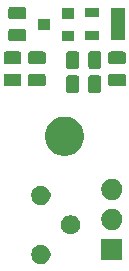
<source format=gbr>
G04 #@! TF.GenerationSoftware,KiCad,Pcbnew,(5.1.5)-3*
G04 #@! TF.CreationDate,2021-01-22T15:10:24+10:30*
G04 #@! TF.ProjectId,HallSingle,48616c6c-5369-46e6-976c-652e6b696361,rev?*
G04 #@! TF.SameCoordinates,Original*
G04 #@! TF.FileFunction,Soldermask,Top*
G04 #@! TF.FilePolarity,Negative*
%FSLAX46Y46*%
G04 Gerber Fmt 4.6, Leading zero omitted, Abs format (unit mm)*
G04 Created by KiCad (PCBNEW (5.1.5)-3) date 2021-01-22 15:10:24*
%MOMM*%
%LPD*%
G04 APERTURE LIST*
%ADD10C,0.100000*%
G04 APERTURE END LIST*
D10*
G36*
X142237142Y-78218242D02*
G01*
X142385101Y-78279529D01*
X142518255Y-78368499D01*
X142631501Y-78481745D01*
X142720471Y-78614899D01*
X142781758Y-78762858D01*
X142813000Y-78919925D01*
X142813000Y-79080075D01*
X142781758Y-79237142D01*
X142720471Y-79385101D01*
X142631501Y-79518255D01*
X142518255Y-79631501D01*
X142385101Y-79720471D01*
X142237142Y-79781758D01*
X142080075Y-79813000D01*
X141919925Y-79813000D01*
X141762858Y-79781758D01*
X141614899Y-79720471D01*
X141481745Y-79631501D01*
X141368499Y-79518255D01*
X141279529Y-79385101D01*
X141218242Y-79237142D01*
X141187000Y-79080075D01*
X141187000Y-78919925D01*
X141218242Y-78762858D01*
X141279529Y-78614899D01*
X141368499Y-78481745D01*
X141481745Y-78368499D01*
X141614899Y-78279529D01*
X141762858Y-78218242D01*
X141919925Y-78187000D01*
X142080075Y-78187000D01*
X142237142Y-78218242D01*
G37*
G36*
X148901000Y-79481000D02*
G01*
X147099000Y-79481000D01*
X147099000Y-77679000D01*
X148901000Y-77679000D01*
X148901000Y-79481000D01*
G37*
G36*
X144737142Y-75718242D02*
G01*
X144885101Y-75779529D01*
X145018255Y-75868499D01*
X145131501Y-75981745D01*
X145220471Y-76114899D01*
X145281758Y-76262858D01*
X145313000Y-76419925D01*
X145313000Y-76580075D01*
X145281758Y-76737142D01*
X145220471Y-76885101D01*
X145131501Y-77018255D01*
X145018255Y-77131501D01*
X144885101Y-77220471D01*
X144737142Y-77281758D01*
X144580075Y-77313000D01*
X144419925Y-77313000D01*
X144262858Y-77281758D01*
X144114899Y-77220471D01*
X143981745Y-77131501D01*
X143868499Y-77018255D01*
X143779529Y-76885101D01*
X143718242Y-76737142D01*
X143687000Y-76580075D01*
X143687000Y-76419925D01*
X143718242Y-76262858D01*
X143779529Y-76114899D01*
X143868499Y-75981745D01*
X143981745Y-75868499D01*
X144114899Y-75779529D01*
X144262858Y-75718242D01*
X144419925Y-75687000D01*
X144580075Y-75687000D01*
X144737142Y-75718242D01*
G37*
G36*
X148113512Y-75143927D02*
G01*
X148262812Y-75173624D01*
X148426784Y-75241544D01*
X148574354Y-75340147D01*
X148699853Y-75465646D01*
X148798456Y-75613216D01*
X148866376Y-75777188D01*
X148901000Y-75951259D01*
X148901000Y-76128741D01*
X148866376Y-76302812D01*
X148798456Y-76466784D01*
X148699853Y-76614354D01*
X148574354Y-76739853D01*
X148426784Y-76838456D01*
X148262812Y-76906376D01*
X148113512Y-76936073D01*
X148088742Y-76941000D01*
X147911258Y-76941000D01*
X147886488Y-76936073D01*
X147737188Y-76906376D01*
X147573216Y-76838456D01*
X147425646Y-76739853D01*
X147300147Y-76614354D01*
X147201544Y-76466784D01*
X147133624Y-76302812D01*
X147099000Y-76128741D01*
X147099000Y-75951259D01*
X147133624Y-75777188D01*
X147201544Y-75613216D01*
X147300147Y-75465646D01*
X147425646Y-75340147D01*
X147573216Y-75241544D01*
X147737188Y-75173624D01*
X147886488Y-75143927D01*
X147911258Y-75139000D01*
X148088742Y-75139000D01*
X148113512Y-75143927D01*
G37*
G36*
X142237142Y-73218242D02*
G01*
X142385101Y-73279529D01*
X142518255Y-73368499D01*
X142631501Y-73481745D01*
X142720471Y-73614899D01*
X142781758Y-73762858D01*
X142813000Y-73919925D01*
X142813000Y-74080075D01*
X142781758Y-74237142D01*
X142720471Y-74385101D01*
X142631501Y-74518255D01*
X142518255Y-74631501D01*
X142385101Y-74720471D01*
X142237142Y-74781758D01*
X142080075Y-74813000D01*
X141919925Y-74813000D01*
X141762858Y-74781758D01*
X141614899Y-74720471D01*
X141481745Y-74631501D01*
X141368499Y-74518255D01*
X141279529Y-74385101D01*
X141218242Y-74237142D01*
X141187000Y-74080075D01*
X141187000Y-73919925D01*
X141218242Y-73762858D01*
X141279529Y-73614899D01*
X141368499Y-73481745D01*
X141481745Y-73368499D01*
X141614899Y-73279529D01*
X141762858Y-73218242D01*
X141919925Y-73187000D01*
X142080075Y-73187000D01*
X142237142Y-73218242D01*
G37*
G36*
X148113512Y-72603927D02*
G01*
X148262812Y-72633624D01*
X148426784Y-72701544D01*
X148574354Y-72800147D01*
X148699853Y-72925646D01*
X148798456Y-73073216D01*
X148866376Y-73237188D01*
X148901000Y-73411259D01*
X148901000Y-73588741D01*
X148866376Y-73762812D01*
X148798456Y-73926784D01*
X148699853Y-74074354D01*
X148574354Y-74199853D01*
X148426784Y-74298456D01*
X148262812Y-74366376D01*
X148113512Y-74396073D01*
X148088742Y-74401000D01*
X147911258Y-74401000D01*
X147886488Y-74396073D01*
X147737188Y-74366376D01*
X147573216Y-74298456D01*
X147425646Y-74199853D01*
X147300147Y-74074354D01*
X147201544Y-73926784D01*
X147133624Y-73762812D01*
X147099000Y-73588741D01*
X147099000Y-73411259D01*
X147133624Y-73237188D01*
X147201544Y-73073216D01*
X147300147Y-72925646D01*
X147425646Y-72800147D01*
X147573216Y-72701544D01*
X147737188Y-72633624D01*
X147886488Y-72603927D01*
X147911258Y-72599000D01*
X148088742Y-72599000D01*
X148113512Y-72603927D01*
G37*
G36*
X144375256Y-67391298D02*
G01*
X144481579Y-67412447D01*
X144782042Y-67536903D01*
X145052451Y-67717585D01*
X145282415Y-67947549D01*
X145463097Y-68217958D01*
X145587553Y-68518421D01*
X145651000Y-68837391D01*
X145651000Y-69162609D01*
X145587553Y-69481579D01*
X145463097Y-69782042D01*
X145282415Y-70052451D01*
X145052451Y-70282415D01*
X144782042Y-70463097D01*
X144481579Y-70587553D01*
X144375256Y-70608702D01*
X144162611Y-70651000D01*
X143837389Y-70651000D01*
X143624744Y-70608702D01*
X143518421Y-70587553D01*
X143217958Y-70463097D01*
X142947549Y-70282415D01*
X142717585Y-70052451D01*
X142536903Y-69782042D01*
X142412447Y-69481579D01*
X142349000Y-69162609D01*
X142349000Y-68837391D01*
X142412447Y-68518421D01*
X142536903Y-68217958D01*
X142717585Y-67947549D01*
X142947549Y-67717585D01*
X143217958Y-67536903D01*
X143518421Y-67412447D01*
X143624744Y-67391298D01*
X143837389Y-67349000D01*
X144162611Y-67349000D01*
X144375256Y-67391298D01*
G37*
G36*
X146929968Y-63853565D02*
G01*
X146968638Y-63865296D01*
X147004277Y-63884346D01*
X147035517Y-63909983D01*
X147061154Y-63941223D01*
X147080204Y-63976862D01*
X147091935Y-64015532D01*
X147096500Y-64061888D01*
X147096500Y-65138112D01*
X147091935Y-65184468D01*
X147080204Y-65223138D01*
X147061154Y-65258777D01*
X147035517Y-65290017D01*
X147004277Y-65315654D01*
X146968638Y-65334704D01*
X146929968Y-65346435D01*
X146883612Y-65351000D01*
X146232388Y-65351000D01*
X146186032Y-65346435D01*
X146147362Y-65334704D01*
X146111723Y-65315654D01*
X146080483Y-65290017D01*
X146054846Y-65258777D01*
X146035796Y-65223138D01*
X146024065Y-65184468D01*
X146019500Y-65138112D01*
X146019500Y-64061888D01*
X146024065Y-64015532D01*
X146035796Y-63976862D01*
X146054846Y-63941223D01*
X146080483Y-63909983D01*
X146111723Y-63884346D01*
X146147362Y-63865296D01*
X146186032Y-63853565D01*
X146232388Y-63849000D01*
X146883612Y-63849000D01*
X146929968Y-63853565D01*
G37*
G36*
X145054968Y-63853565D02*
G01*
X145093638Y-63865296D01*
X145129277Y-63884346D01*
X145160517Y-63909983D01*
X145186154Y-63941223D01*
X145205204Y-63976862D01*
X145216935Y-64015532D01*
X145221500Y-64061888D01*
X145221500Y-65138112D01*
X145216935Y-65184468D01*
X145205204Y-65223138D01*
X145186154Y-65258777D01*
X145160517Y-65290017D01*
X145129277Y-65315654D01*
X145093638Y-65334704D01*
X145054968Y-65346435D01*
X145008612Y-65351000D01*
X144357388Y-65351000D01*
X144311032Y-65346435D01*
X144272362Y-65334704D01*
X144236723Y-65315654D01*
X144205483Y-65290017D01*
X144179846Y-65258777D01*
X144160796Y-65223138D01*
X144149065Y-65184468D01*
X144144500Y-65138112D01*
X144144500Y-64061888D01*
X144149065Y-64015532D01*
X144160796Y-63976862D01*
X144179846Y-63941223D01*
X144205483Y-63909983D01*
X144236723Y-63884346D01*
X144272362Y-63865296D01*
X144311032Y-63853565D01*
X144357388Y-63849000D01*
X145008612Y-63849000D01*
X145054968Y-63853565D01*
G37*
G36*
X149034468Y-63703565D02*
G01*
X149073138Y-63715296D01*
X149108777Y-63734346D01*
X149140017Y-63759983D01*
X149165654Y-63791223D01*
X149184704Y-63826862D01*
X149196435Y-63865532D01*
X149201000Y-63911888D01*
X149201000Y-64563112D01*
X149196435Y-64609468D01*
X149184704Y-64648138D01*
X149165654Y-64683777D01*
X149140017Y-64715017D01*
X149108777Y-64740654D01*
X149073138Y-64759704D01*
X149034468Y-64771435D01*
X148988112Y-64776000D01*
X147911888Y-64776000D01*
X147865532Y-64771435D01*
X147826862Y-64759704D01*
X147791223Y-64740654D01*
X147759983Y-64715017D01*
X147734346Y-64683777D01*
X147715296Y-64648138D01*
X147703565Y-64609468D01*
X147699000Y-64563112D01*
X147699000Y-63911888D01*
X147703565Y-63865532D01*
X147715296Y-63826862D01*
X147734346Y-63791223D01*
X147759983Y-63759983D01*
X147791223Y-63734346D01*
X147826862Y-63715296D01*
X147865532Y-63703565D01*
X147911888Y-63699000D01*
X148988112Y-63699000D01*
X149034468Y-63703565D01*
G37*
G36*
X142234468Y-63703565D02*
G01*
X142273138Y-63715296D01*
X142308777Y-63734346D01*
X142340017Y-63759983D01*
X142365654Y-63791223D01*
X142384704Y-63826862D01*
X142396435Y-63865532D01*
X142401000Y-63911888D01*
X142401000Y-64563112D01*
X142396435Y-64609468D01*
X142384704Y-64648138D01*
X142365654Y-64683777D01*
X142340017Y-64715017D01*
X142308777Y-64740654D01*
X142273138Y-64759704D01*
X142234468Y-64771435D01*
X142188112Y-64776000D01*
X141111888Y-64776000D01*
X141065532Y-64771435D01*
X141026862Y-64759704D01*
X140991223Y-64740654D01*
X140959983Y-64715017D01*
X140934346Y-64683777D01*
X140915296Y-64648138D01*
X140903565Y-64609468D01*
X140899000Y-64563112D01*
X140899000Y-63911888D01*
X140903565Y-63865532D01*
X140915296Y-63826862D01*
X140934346Y-63791223D01*
X140959983Y-63759983D01*
X140991223Y-63734346D01*
X141026862Y-63715296D01*
X141065532Y-63703565D01*
X141111888Y-63699000D01*
X142188112Y-63699000D01*
X142234468Y-63703565D01*
G37*
G36*
X140184468Y-63703565D02*
G01*
X140223138Y-63715296D01*
X140258777Y-63734346D01*
X140290017Y-63759983D01*
X140315654Y-63791223D01*
X140334704Y-63826862D01*
X140346435Y-63865532D01*
X140351000Y-63911888D01*
X140351000Y-64563112D01*
X140346435Y-64609468D01*
X140334704Y-64648138D01*
X140315654Y-64683777D01*
X140290017Y-64715017D01*
X140258777Y-64740654D01*
X140223138Y-64759704D01*
X140184468Y-64771435D01*
X140138112Y-64776000D01*
X139061888Y-64776000D01*
X139015532Y-64771435D01*
X138976862Y-64759704D01*
X138941223Y-64740654D01*
X138909983Y-64715017D01*
X138884346Y-64683777D01*
X138865296Y-64648138D01*
X138853565Y-64609468D01*
X138849000Y-64563112D01*
X138849000Y-63911888D01*
X138853565Y-63865532D01*
X138865296Y-63826862D01*
X138884346Y-63791223D01*
X138909983Y-63759983D01*
X138941223Y-63734346D01*
X138976862Y-63715296D01*
X139015532Y-63703565D01*
X139061888Y-63699000D01*
X140138112Y-63699000D01*
X140184468Y-63703565D01*
G37*
G36*
X146929968Y-61803565D02*
G01*
X146968638Y-61815296D01*
X147004277Y-61834346D01*
X147035517Y-61859983D01*
X147061154Y-61891223D01*
X147080204Y-61926862D01*
X147091935Y-61965532D01*
X147096500Y-62011888D01*
X147096500Y-63088112D01*
X147091935Y-63134468D01*
X147080204Y-63173138D01*
X147061154Y-63208777D01*
X147035517Y-63240017D01*
X147004277Y-63265654D01*
X146968638Y-63284704D01*
X146929968Y-63296435D01*
X146883612Y-63301000D01*
X146232388Y-63301000D01*
X146186032Y-63296435D01*
X146147362Y-63284704D01*
X146111723Y-63265654D01*
X146080483Y-63240017D01*
X146054846Y-63208777D01*
X146035796Y-63173138D01*
X146024065Y-63134468D01*
X146019500Y-63088112D01*
X146019500Y-62011888D01*
X146024065Y-61965532D01*
X146035796Y-61926862D01*
X146054846Y-61891223D01*
X146080483Y-61859983D01*
X146111723Y-61834346D01*
X146147362Y-61815296D01*
X146186032Y-61803565D01*
X146232388Y-61799000D01*
X146883612Y-61799000D01*
X146929968Y-61803565D01*
G37*
G36*
X145054968Y-61803565D02*
G01*
X145093638Y-61815296D01*
X145129277Y-61834346D01*
X145160517Y-61859983D01*
X145186154Y-61891223D01*
X145205204Y-61926862D01*
X145216935Y-61965532D01*
X145221500Y-62011888D01*
X145221500Y-63088112D01*
X145216935Y-63134468D01*
X145205204Y-63173138D01*
X145186154Y-63208777D01*
X145160517Y-63240017D01*
X145129277Y-63265654D01*
X145093638Y-63284704D01*
X145054968Y-63296435D01*
X145008612Y-63301000D01*
X144357388Y-63301000D01*
X144311032Y-63296435D01*
X144272362Y-63284704D01*
X144236723Y-63265654D01*
X144205483Y-63240017D01*
X144179846Y-63208777D01*
X144160796Y-63173138D01*
X144149065Y-63134468D01*
X144144500Y-63088112D01*
X144144500Y-62011888D01*
X144149065Y-61965532D01*
X144160796Y-61926862D01*
X144179846Y-61891223D01*
X144205483Y-61859983D01*
X144236723Y-61834346D01*
X144272362Y-61815296D01*
X144311032Y-61803565D01*
X144357388Y-61799000D01*
X145008612Y-61799000D01*
X145054968Y-61803565D01*
G37*
G36*
X149034468Y-61828565D02*
G01*
X149073138Y-61840296D01*
X149108777Y-61859346D01*
X149140017Y-61884983D01*
X149165654Y-61916223D01*
X149184704Y-61951862D01*
X149196435Y-61990532D01*
X149201000Y-62036888D01*
X149201000Y-62688112D01*
X149196435Y-62734468D01*
X149184704Y-62773138D01*
X149165654Y-62808777D01*
X149140017Y-62840017D01*
X149108777Y-62865654D01*
X149073138Y-62884704D01*
X149034468Y-62896435D01*
X148988112Y-62901000D01*
X147911888Y-62901000D01*
X147865532Y-62896435D01*
X147826862Y-62884704D01*
X147791223Y-62865654D01*
X147759983Y-62840017D01*
X147734346Y-62808777D01*
X147715296Y-62773138D01*
X147703565Y-62734468D01*
X147699000Y-62688112D01*
X147699000Y-62036888D01*
X147703565Y-61990532D01*
X147715296Y-61951862D01*
X147734346Y-61916223D01*
X147759983Y-61884983D01*
X147791223Y-61859346D01*
X147826862Y-61840296D01*
X147865532Y-61828565D01*
X147911888Y-61824000D01*
X148988112Y-61824000D01*
X149034468Y-61828565D01*
G37*
G36*
X140184468Y-61828565D02*
G01*
X140223138Y-61840296D01*
X140258777Y-61859346D01*
X140290017Y-61884983D01*
X140315654Y-61916223D01*
X140334704Y-61951862D01*
X140346435Y-61990532D01*
X140351000Y-62036888D01*
X140351000Y-62688112D01*
X140346435Y-62734468D01*
X140334704Y-62773138D01*
X140315654Y-62808777D01*
X140290017Y-62840017D01*
X140258777Y-62865654D01*
X140223138Y-62884704D01*
X140184468Y-62896435D01*
X140138112Y-62901000D01*
X139061888Y-62901000D01*
X139015532Y-62896435D01*
X138976862Y-62884704D01*
X138941223Y-62865654D01*
X138909983Y-62840017D01*
X138884346Y-62808777D01*
X138865296Y-62773138D01*
X138853565Y-62734468D01*
X138849000Y-62688112D01*
X138849000Y-62036888D01*
X138853565Y-61990532D01*
X138865296Y-61951862D01*
X138884346Y-61916223D01*
X138909983Y-61884983D01*
X138941223Y-61859346D01*
X138976862Y-61840296D01*
X139015532Y-61828565D01*
X139061888Y-61824000D01*
X140138112Y-61824000D01*
X140184468Y-61828565D01*
G37*
G36*
X142234468Y-61828565D02*
G01*
X142273138Y-61840296D01*
X142308777Y-61859346D01*
X142340017Y-61884983D01*
X142365654Y-61916223D01*
X142384704Y-61951862D01*
X142396435Y-61990532D01*
X142401000Y-62036888D01*
X142401000Y-62688112D01*
X142396435Y-62734468D01*
X142384704Y-62773138D01*
X142365654Y-62808777D01*
X142340017Y-62840017D01*
X142308777Y-62865654D01*
X142273138Y-62884704D01*
X142234468Y-62896435D01*
X142188112Y-62901000D01*
X141111888Y-62901000D01*
X141065532Y-62896435D01*
X141026862Y-62884704D01*
X140991223Y-62865654D01*
X140959983Y-62840017D01*
X140934346Y-62808777D01*
X140915296Y-62773138D01*
X140903565Y-62734468D01*
X140899000Y-62688112D01*
X140899000Y-62036888D01*
X140903565Y-61990532D01*
X140915296Y-61951862D01*
X140934346Y-61916223D01*
X140959983Y-61884983D01*
X140991223Y-61859346D01*
X141026862Y-61840296D01*
X141065532Y-61828565D01*
X141111888Y-61824000D01*
X142188112Y-61824000D01*
X142234468Y-61828565D01*
G37*
G36*
X140584468Y-59903565D02*
G01*
X140623138Y-59915296D01*
X140658777Y-59934346D01*
X140690017Y-59959983D01*
X140715654Y-59991223D01*
X140734704Y-60026862D01*
X140746435Y-60065532D01*
X140751000Y-60111888D01*
X140751000Y-60763112D01*
X140746435Y-60809468D01*
X140734704Y-60848138D01*
X140715654Y-60883777D01*
X140690017Y-60915017D01*
X140658777Y-60940654D01*
X140623138Y-60959704D01*
X140584468Y-60971435D01*
X140538112Y-60976000D01*
X139461888Y-60976000D01*
X139415532Y-60971435D01*
X139376862Y-60959704D01*
X139341223Y-60940654D01*
X139309983Y-60915017D01*
X139284346Y-60883777D01*
X139265296Y-60848138D01*
X139253565Y-60809468D01*
X139249000Y-60763112D01*
X139249000Y-60111888D01*
X139253565Y-60065532D01*
X139265296Y-60026862D01*
X139284346Y-59991223D01*
X139309983Y-59959983D01*
X139341223Y-59934346D01*
X139376862Y-59915296D01*
X139415532Y-59903565D01*
X139461888Y-59899000D01*
X140538112Y-59899000D01*
X140584468Y-59903565D01*
G37*
G36*
X144773000Y-60961500D02*
G01*
X143771000Y-60961500D01*
X143771000Y-60059500D01*
X144773000Y-60059500D01*
X144773000Y-60961500D01*
G37*
G36*
X149081000Y-60826000D02*
G01*
X147919000Y-60826000D01*
X147919000Y-58174000D01*
X149081000Y-58174000D01*
X149081000Y-60826000D01*
G37*
G36*
X146881000Y-60826000D02*
G01*
X145719000Y-60826000D01*
X145719000Y-60074000D01*
X146881000Y-60074000D01*
X146881000Y-60826000D01*
G37*
G36*
X142773000Y-60011500D02*
G01*
X141771000Y-60011500D01*
X141771000Y-59109500D01*
X142773000Y-59109500D01*
X142773000Y-60011500D01*
G37*
G36*
X140584468Y-58028565D02*
G01*
X140623138Y-58040296D01*
X140658777Y-58059346D01*
X140690017Y-58084983D01*
X140715654Y-58116223D01*
X140734704Y-58151862D01*
X140746435Y-58190532D01*
X140751000Y-58236888D01*
X140751000Y-58888112D01*
X140746435Y-58934468D01*
X140734704Y-58973138D01*
X140715654Y-59008777D01*
X140690017Y-59040017D01*
X140658777Y-59065654D01*
X140623138Y-59084704D01*
X140584468Y-59096435D01*
X140538112Y-59101000D01*
X139461888Y-59101000D01*
X139415532Y-59096435D01*
X139376862Y-59084704D01*
X139341223Y-59065654D01*
X139309983Y-59040017D01*
X139284346Y-59008777D01*
X139265296Y-58973138D01*
X139253565Y-58934468D01*
X139249000Y-58888112D01*
X139249000Y-58236888D01*
X139253565Y-58190532D01*
X139265296Y-58151862D01*
X139284346Y-58116223D01*
X139309983Y-58084983D01*
X139341223Y-58059346D01*
X139376862Y-58040296D01*
X139415532Y-58028565D01*
X139461888Y-58024000D01*
X140538112Y-58024000D01*
X140584468Y-58028565D01*
G37*
G36*
X144773000Y-59061500D02*
G01*
X143771000Y-59061500D01*
X143771000Y-58159500D01*
X144773000Y-58159500D01*
X144773000Y-59061500D01*
G37*
G36*
X146881000Y-58926000D02*
G01*
X145719000Y-58926000D01*
X145719000Y-58174000D01*
X146881000Y-58174000D01*
X146881000Y-58926000D01*
G37*
M02*

</source>
